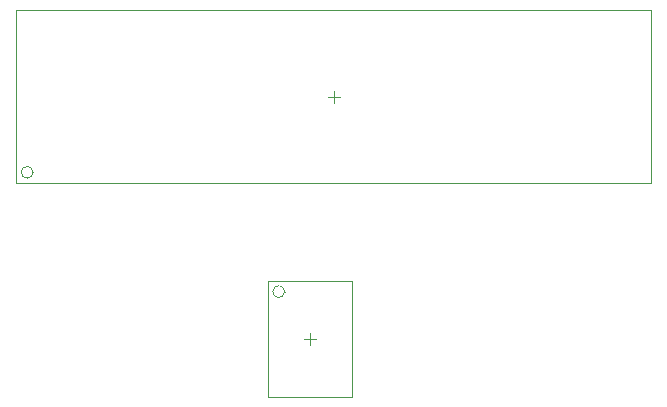
<source format=gtp>
%FSLAX23Y23*%
%MOMM*%
%SFA1B1*%

%IPPOS*%
%ADD12C,0.100000*%
G54D12*
X104549Y123099D02*
D01*
D01*
G75*
G03X103549I-499J0D01*
G74*G01*
D01*
G75*
G03X104549I500J0D01*
G74*G01*
X125849Y112999D02*
D01*
D01*
G75*
G03X124849I-499J0D01*
G74*G01*
D01*
G75*
G03X125849I500J0D01*
G74*G01*
X103149Y122199D02*
X156849D01*
X103149Y136799D02*
X156849D01*
X103149Y122199D02*
Y136799D01*
X156849Y122199D02*
Y136799D01*
X124449Y104099D02*
Y113899D01*
X131549Y104099D02*
Y113899D01*
X124449D02*
X131549D01*
X124449Y104099D02*
X131549D01*
X129999Y128999D02*
Y129999D01*
X129499Y129499D02*
X130499D01*
X127499Y108999D02*
X128499D01*
X127999Y108499D02*
Y109499D01*
M02*
</source>
